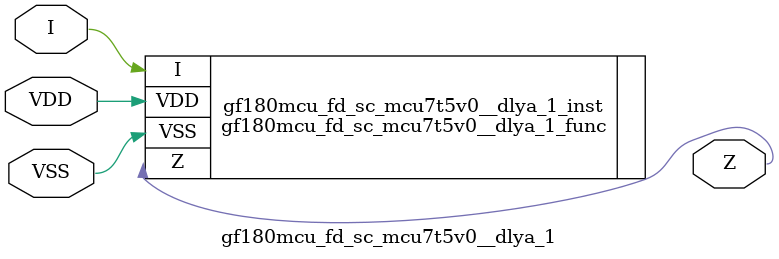
<source format=v>

module gf180mcu_fd_sc_mcu7t5v0__dlya_1( I, Z, VDD, VSS );
input I;
inout VDD, VSS;
output Z;

   `ifdef FUNCTIONAL  //  functional //

	gf180mcu_fd_sc_mcu7t5v0__dlya_1_func gf180mcu_fd_sc_mcu7t5v0__dlya_1_behav_inst(.I(I),.Z(Z),.VDD(VDD),.VSS(VSS));

   `else

	gf180mcu_fd_sc_mcu7t5v0__dlya_1_func gf180mcu_fd_sc_mcu7t5v0__dlya_1_inst(.I(I),.Z(Z),.VDD(VDD),.VSS(VSS));

	// spec_gates_begin


	// spec_gates_end



   specify

	// specify_block_begin

	// comb arc I --> Z
	 (I => Z) = (1.0,1.0);

	// specify_block_end

   endspecify

   `endif

endmodule

</source>
